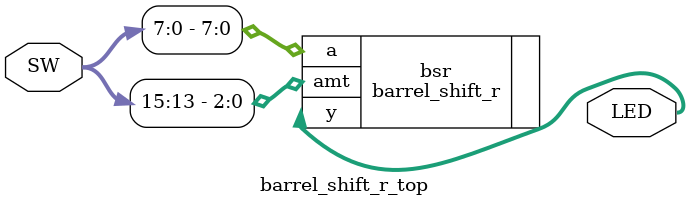
<source format=sv>
`timescale 1ns / 1ps

module barrel_shift_r_top(
    input logic [15:0] SW,
    output logic [7:0] LED
    );
    
    barrel_shift_r bsr(.a(SW[7:0]), .amt(SW[15:13]), .y(LED));
endmodule

</source>
